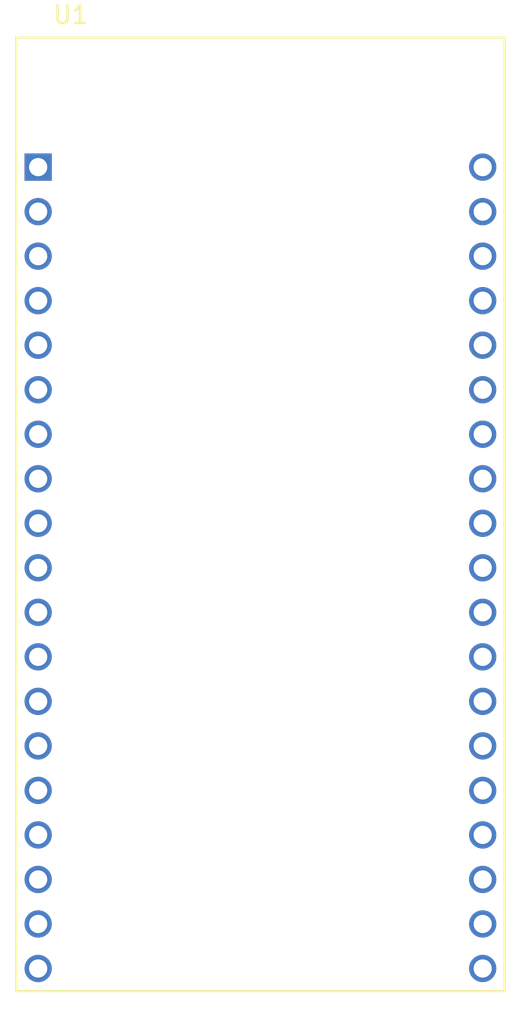
<source format=kicad_pcb>
(kicad_pcb (version 20211014) (generator pcbnew)
  (layers (0 "F.Cu" signal) (31 "B.Cu" signal) (34 "B.Paste" user) (35 "F.Paste" user) (36 "B.SilkS" user "B.Silkscreen") (37 "F.SilkS" user "F.Silkscreen") (38 "B.Mask" user) (39 "F.Mask" user) (44 "Edge.Cuts" user))
  (net 0 "")
  (footprint "kicad:MODULE_ESP32-DEVKITC-32D" (layer "F.Cu") (at 38.1 43.18)
    (fp_text reference "U1" (at -10.829175 -28.446045) (layer "F.SilkS") (effects (font (size 1.000386 1.000386))))
    (fp_text value "ESP32-DEVKITC-32D")
    (fp_line (start 13.95 -27.15) (end 13.95 27.25) (layer "F.SilkS") (width 0.127))
    (fp_line (start 13.95 27.25) (end -13.95 27.25) (layer "F.SilkS") (width 0.127))
    (fp_line (start -13.95 -27.15) (end 13.95 -27.15) (layer "F.SilkS") (width 0.127))
    (fp_line (start -13.95 27.25) (end -13.95 -27.15) (layer "F.SilkS") (width 0.127))
    (pad "1" thru_hole rect locked (at -12.7 -19.76) (size 1.56 1.56) (drill 1.04) (layers *.Cu *.Mask))
    (pad "2" thru_hole circle locked (at -12.7 -17.22) (size 1.56 1.56) (drill 1.04) (layers *.Cu *.Mask))
    (pad "3" thru_hole circle locked (at -12.7 -14.68) (size 1.56 1.56) (drill 1.04) (layers *.Cu *.Mask))
    (pad "4" thru_hole circle locked (at -12.7 -12.14) (size 1.56 1.56) (drill 1.04) (layers *.Cu *.Mask))
    (pad "5" thru_hole circle locked (at -12.7 -9.6) (size 1.56 1.56) (drill 1.04) (layers *.Cu *.Mask))
    (pad "6" thru_hole circle locked (at -12.7 -7.06) (size 1.56 1.56) (drill 1.04) (layers *.Cu *.Mask))
    (pad "7" thru_hole circle locked (at -12.7 -4.52) (size 1.56 1.56) (drill 1.04) (layers *.Cu *.Mask))
    (pad "8" thru_hole circle locked (at -12.7 -1.98) (size 1.56 1.56) (drill 1.04) (layers *.Cu *.Mask))
    (pad "9" thru_hole circle locked (at -12.7 0.56) (size 1.56 1.56) (drill 1.04) (layers *.Cu *.Mask))
    (pad "10" thru_hole circle locked (at -12.7 3.1) (size 1.56 1.56) (drill 1.04) (layers *.Cu *.Mask))
    (pad "11" thru_hole circle locked (at -12.7 5.64) (size 1.56 1.56) (drill 1.04) (layers *.Cu *.Mask))
    (pad "12" thru_hole circle locked (at -12.7 8.18) (size 1.56 1.56) (drill 1.04) (layers *.Cu *.Mask))
    (pad "13" thru_hole circle locked (at -12.7 10.72) (size 1.56 1.56) (drill 1.04) (layers *.Cu *.Mask))
    (pad "14" thru_hole circle locked (at -12.7 13.26) (size 1.56 1.56) (drill 1.04) (layers *.Cu *.Mask))
    (pad "15" thru_hole circle locked (at -12.7 15.8) (size 1.56 1.56) (drill 1.04) (layers *.Cu *.Mask))
    (pad "16" thru_hole circle locked (at -12.7 18.34) (size 1.56 1.56) (drill 1.04) (layers *.Cu *.Mask))
    (pad "17" thru_hole circle locked (at -12.7 20.88) (size 1.56 1.56) (drill 1.04) (layers *.Cu *.Mask))
    (pad "18" thru_hole circle locked (at -12.7 23.42) (size 1.56 1.56) (drill 1.04) (layers *.Cu *.Mask))
    (pad "19" thru_hole circle locked (at -12.7 25.96) (size 1.56 1.56) (drill 1.04) (layers *.Cu *.Mask))
    (pad "20" thru_hole circle locked (at 12.7 -19.76) (size 1.56 1.56) (drill 1.04) (layers *.Cu *.Mask))
    (pad "21" thru_hole circle locked (at 12.7 -17.22) (size 1.56 1.56) (drill 1.04) (layers *.Cu *.Mask))
    (pad "22" thru_hole circle locked (at 12.7 -14.68) (size 1.56 1.56) (drill 1.04) (layers *.Cu *.Mask))
    (pad "23" thru_hole circle locked (at 12.7 -12.14) (size 1.56 1.56) (drill 1.04) (layers *.Cu *.Mask))
    (pad "24" thru_hole circle locked (at 12.7 -9.6) (size 1.56 1.56) (drill 1.04) (layers *.Cu *.Mask))
    (pad "25" thru_hole circle locked (at 12.7 -7.06) (size 1.56 1.56) (drill 1.04) (layers *.Cu *.Mask))
    (pad "26" thru_hole circle locked (at 12.7 -4.52) (size 1.56 1.56) (drill 1.04) (layers *.Cu *.Mask))
    (pad "27" thru_hole circle locked (at 12.7 -1.98) (size 1.56 1.56) (drill 1.04) (layers *.Cu *.Mask))
    (pad "28" thru_hole circle locked (at 12.7 0.56) (size 1.56 1.56) (drill 1.04) (layers *.Cu *.Mask))
    (pad "29" thru_hole circle locked (at 12.7 3.1) (size 1.56 1.56) (drill 1.04) (layers *.Cu *.Mask))
    (pad "30" thru_hole circle locked (at 12.7 5.64) (size 1.56 1.56) (drill 1.04) (layers *.Cu *.Mask))
    (pad "31" thru_hole circle locked (at 12.7 8.18) (size 1.56 1.56) (drill 1.04) (layers *.Cu *.Mask))
    (pad "32" thru_hole circle locked (at 12.7 10.72) (size 1.56 1.56) (drill 1.04) (layers *.Cu *.Mask))
    (pad "33" thru_hole circle locked (at 12.7 13.26) (size 1.56 1.56) (drill 1.04) (layers *.Cu *.Mask))
    (pad "34" thru_hole circle locked (at 12.7 15.8) (size 1.56 1.56) (drill 1.04) (layers *.Cu *.Mask))
    (pad "35" thru_hole circle locked (at 12.7 18.34) (size 1.56 1.56) (drill 1.04) (layers *.Cu *.Mask))
    (pad "36" thru_hole circle locked (at 12.7 20.88) (size 1.56 1.56) (drill 1.04) (layers *.Cu *.Mask))
    (pad "37" thru_hole circle locked (at 12.7 23.42) (size 1.56 1.56) (drill 1.04) (layers *.Cu *.Mask))
    (pad "38" thru_hole circle locked (at 12.7 25.96) (size 1.56 1.56) (drill 1.04) (layers *.Cu *.Mask))
  )
)
</source>
